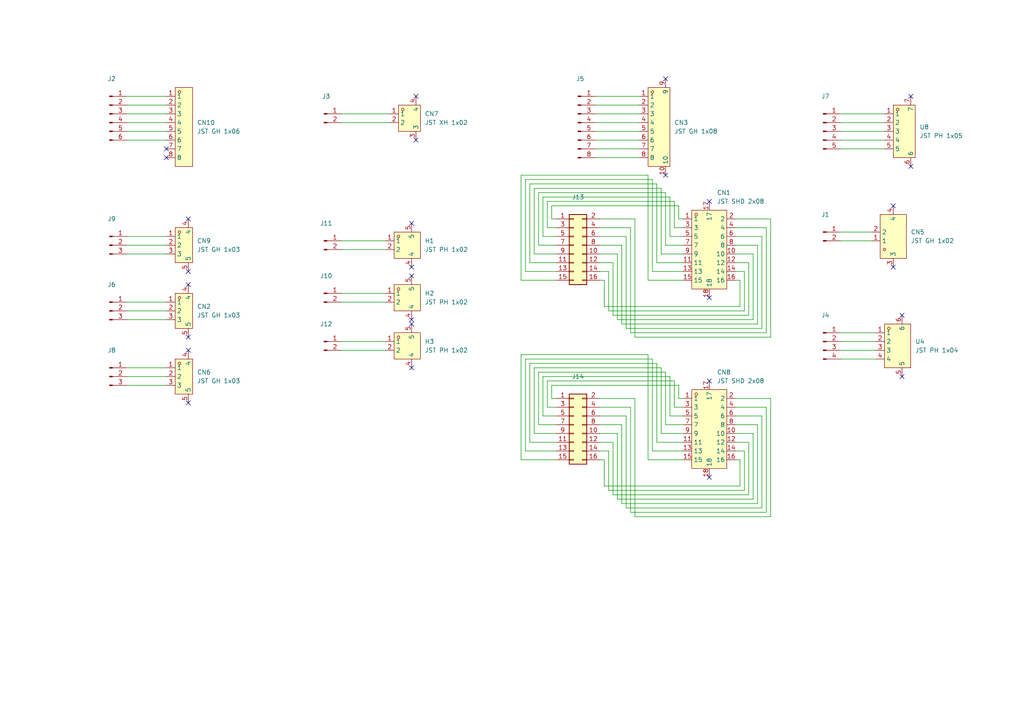
<source format=kicad_sch>
(kicad_sch (version 20231120) (generator "eeschema") (generator_version "8.0")
  (paper "A4")
  (lib_symbols
    (symbol "Connector:Conn_01x02_Pin" (pin_names (offset 1.016) hide)
      (property "Reference" "J" (at 0 2.54 0))
      (property "Value" "Conn_01x02_Pin" (at 0 -5.08 0))
      (symbol "Conn_01x02_Pin_1_1"
        (polyline (pts (xy 1.27 -2.54) (xy 0.8636 -2.54)) (stroke (width 0.1524)))
        (polyline (pts (xy 1.27 0) (xy 0.8636 0)) (stroke (width 0.1524)))
        (rectangle (start 0.8636 -2.413) (end 0 -2.667) (stroke (width 0.1524)) (fill (type outline)))
        (rectangle (start 0.8636 0.127) (end 0 -0.127) (stroke (width 0.1524)) (fill (type outline)))
        (pin passive line (at 5.08 0 180) (length 3.81) (name "Pin_1") (number "1"))
        (pin passive line (at 5.08 -2.54 180) (length 3.81) (name "Pin_2") (number "2"))
      )
    )
    (symbol "Connector:Conn_01x03_Pin" (pin_names (offset 1.016) hide)
      (property "Reference" "J" (at 0 5.08 0))
      (property "Value" "Conn_01x03_Pin" (at 0 -5.08 0))
      (symbol "Conn_01x03_Pin_1_1"
        (polyline (pts (xy 1.27 -2.54) (xy 0.8636 -2.54)) (stroke (width 0.1524)))
        (polyline (pts (xy 1.27 0) (xy 0.8636 0)) (stroke (width 0.1524)))
        (polyline (pts (xy 1.27 2.54) (xy 0.8636 2.54)) (stroke (width 0.1524)))
        (rectangle (start 0.8636 -2.413) (end 0 -2.667) (stroke (width 0.1524)) (fill (type outline)))
        (rectangle (start 0.8636 0.127) (end 0 -0.127) (stroke (width 0.1524)) (fill (type outline)))
        (rectangle (start 0.8636 2.667) (end 0 2.413) (stroke (width 0.1524)) (fill (type outline)))
        (pin passive line (at 5.08 2.54 180) (length 3.81) (name "Pin_1") (number "1"))
        (pin passive line (at 5.08 0 180) (length 3.81) (name "Pin_2") (number "2"))
        (pin passive line (at 5.08 -2.54 180) (length 3.81) (name "Pin_3") (number "3"))
      )
    )
    (symbol "Connector:Conn_01x04_Pin" (pin_names (offset 1.016) hide)
      (property "Reference" "J" (at 0 5.08 0))
      (property "Value" "Conn_01x04_Pin" (at 0 -7.62 0))
      (symbol "Conn_01x04_Pin_1_1"
        (polyline (pts (xy 1.27 -5.08) (xy 0.8636 -5.08)) (stroke (width 0.1524)))
        (polyline (pts (xy 1.27 -2.54) (xy 0.8636 -2.54)) (stroke (width 0.1524)))
        (polyline (pts (xy 1.27 0) (xy 0.8636 0)) (stroke (width 0.1524)))
        (polyline (pts (xy 1.27 2.54) (xy 0.8636 2.54)) (stroke (width 0.1524)))
        (rectangle (start 0.8636 -4.953) (end 0 -5.207) (stroke (width 0.1524)) (fill (type outline)))
        (rectangle (start 0.8636 -2.413) (end 0 -2.667) (stroke (width 0.1524)) (fill (type outline)))
        (rectangle (start 0.8636 0.127) (end 0 -0.127) (stroke (width 0.1524)) (fill (type outline)))
        (rectangle (start 0.8636 2.667) (end 0 2.413) (stroke (width 0.1524)) (fill (type outline)))
        (pin passive line (at 5.08 2.54 180) (length 3.81) (name "Pin_1") (number "1"))
        (pin passive line (at 5.08 0 180) (length 3.81) (name "Pin_2") (number "2"))
        (pin passive line (at 5.08 -2.54 180) (length 3.81) (name "Pin_3") (number "3"))
        (pin passive line (at 5.08 -5.08 180) (length 3.81) (name "Pin_4") (number "4"))
      )
    )
    (symbol "Connector:Conn_01x05_Pin" (pin_names (offset 1.016) hide)
      (property "Reference" "J" (at 0 7.62 0))
      (property "Value" "Conn_01x05_Pin" (at 0 -7.62 0))
      (symbol "Conn_01x05_Pin_1_1"
        (polyline (pts (xy 1.27 -5.08) (xy 0.8636 -5.08)) (stroke (width 0.1524)))
        (polyline (pts (xy 1.27 -2.54) (xy 0.8636 -2.54)) (stroke (width 0.1524)))
        (polyline (pts (xy 1.27 0) (xy 0.8636 0)) (stroke (width 0.1524)))
        (polyline (pts (xy 1.27 2.54) (xy 0.8636 2.54)) (stroke (width 0.1524)))
        (polyline (pts (xy 1.27 5.08) (xy 0.8636 5.08)) (stroke (width 0.1524)))
        (rectangle (start 0.8636 -4.953) (end 0 -5.207) (stroke (width 0.1524)) (fill (type outline)))
        (rectangle (start 0.8636 -2.413) (end 0 -2.667) (stroke (width 0.1524)) (fill (type outline)))
        (rectangle (start 0.8636 0.127) (end 0 -0.127) (stroke (width 0.1524)) (fill (type outline)))
        (rectangle (start 0.8636 2.667) (end 0 2.413) (stroke (width 0.1524)) (fill (type outline)))
        (rectangle (start 0.8636 5.207) (end 0 4.953) (stroke (width 0.1524)) (fill (type outline)))
        (pin passive line (at 5.08 5.08 180) (length 3.81) (name "Pin_1") (number "1"))
        (pin passive line (at 5.08 2.54 180) (length 3.81) (name "Pin_2") (number "2"))
        (pin passive line (at 5.08 0 180) (length 3.81) (name "Pin_3") (number "3"))
        (pin passive line (at 5.08 -2.54 180) (length 3.81) (name "Pin_4") (number "4"))
        (pin passive line (at 5.08 -5.08 180) (length 3.81) (name "Pin_5") (number "5"))
      )
    )
    (symbol "Connector:Conn_01x06_Pin" (pin_names (offset 1.016) hide)
      (property "Reference" "J" (at 0 7.62 0))
      (property "Value" "Conn_01x06_Pin" (at 0 -10.16 0))
      (symbol "Conn_01x06_Pin_1_1"
        (polyline (pts (xy 1.27 -7.62) (xy 0.8636 -7.62)) (stroke (width 0.1524)))
        (polyline (pts (xy 1.27 -5.08) (xy 0.8636 -5.08)) (stroke (width 0.1524)))
        (polyline (pts (xy 1.27 -2.54) (xy 0.8636 -2.54)) (stroke (width 0.1524)))
        (polyline (pts (xy 1.27 0) (xy 0.8636 0)) (stroke (width 0.1524)))
        (polyline (pts (xy 1.27 2.54) (xy 0.8636 2.54)) (stroke (width 0.1524)))
        (polyline (pts (xy 1.27 5.08) (xy 0.8636 5.08)) (stroke (width 0.1524)))
        (rectangle (start 0.8636 -7.493) (end 0 -7.747) (stroke (width 0.1524)) (fill (type outline)))
        (rectangle (start 0.8636 -4.953) (end 0 -5.207) (stroke (width 0.1524)) (fill (type outline)))
        (rectangle (start 0.8636 -2.413) (end 0 -2.667) (stroke (width 0.1524)) (fill (type outline)))
        (rectangle (start 0.8636 0.127) (end 0 -0.127) (stroke (width 0.1524)) (fill (type outline)))
        (rectangle (start 0.8636 2.667) (end 0 2.413) (stroke (width 0.1524)) (fill (type outline)))
        (rectangle (start 0.8636 5.207) (end 0 4.953) (stroke (width 0.1524)) (fill (type outline)))
        (pin passive line (at 5.08 5.08 180) (length 3.81) (name "Pin_1") (number "1"))
        (pin passive line (at 5.08 2.54 180) (length 3.81) (name "Pin_2") (number "2"))
        (pin passive line (at 5.08 0 180) (length 3.81) (name "Pin_3") (number "3"))
        (pin passive line (at 5.08 -2.54 180) (length 3.81) (name "Pin_4") (number "4"))
        (pin passive line (at 5.08 -5.08 180) (length 3.81) (name "Pin_5") (number "5"))
        (pin passive line (at 5.08 -7.62 180) (length 3.81) (name "Pin_6") (number "6"))
      )
    )
    (symbol "Connector:Conn_01x08_Pin" (pin_names (offset 1.016) hide)
      (property "Reference" "J" (at 0 10.16 0))
      (property "Value" "Conn_01x08_Pin" (at 0 -12.7 0))
      (symbol "Conn_01x08_Pin_1_1"
        (polyline (pts (xy 1.27 -10.16) (xy 0.8636 -10.16)) (stroke (width 0.1524)))
        (polyline (pts (xy 1.27 -7.62) (xy 0.8636 -7.62)) (stroke (width 0.1524)))
        (polyline (pts (xy 1.27 -5.08) (xy 0.8636 -5.08)) (stroke (width 0.1524)))
        (polyline (pts (xy 1.27 -2.54) (xy 0.8636 -2.54)) (stroke (width 0.1524)))
        (polyline (pts (xy 1.27 0) (xy 0.8636 0)) (stroke (width 0.1524)))
        (polyline (pts (xy 1.27 2.54) (xy 0.8636 2.54)) (stroke (width 0.1524)))
        (polyline (pts (xy 1.27 5.08) (xy 0.8636 5.08)) (stroke (width 0.1524)))
        (polyline (pts (xy 1.27 7.62) (xy 0.8636 7.62)) (stroke (width 0.1524)))
        (rectangle (start 0.8636 -10.033) (end 0 -10.287) (stroke (width 0.1524)) (fill (type outline)))
        (rectangle (start 0.8636 -7.493) (end 0 -7.747) (stroke (width 0.1524)) (fill (type outline)))
        (rectangle (start 0.8636 -4.953) (end 0 -5.207) (stroke (width 0.1524)) (fill (type outline)))
        (rectangle (start 0.8636 -2.413) (end 0 -2.667) (stroke (width 0.1524)) (fill (type outline)))
        (rectangle (start 0.8636 0.127) (end 0 -0.127) (stroke (width 0.1524)) (fill (type outline)))
        (rectangle (start 0.8636 2.667) (end 0 2.413) (stroke (width 0.1524)) (fill (type outline)))
        (rectangle (start 0.8636 5.207) (end 0 4.953) (stroke (width 0.1524)) (fill (type outline)))
        (rectangle (start 0.8636 7.747) (end 0 7.493) (stroke (width 0.1524)) (fill (type outline)))
        (pin passive line (at 5.08 7.62 180) (length 3.81) (name "Pin_1") (number "1"))
        (pin passive line (at 5.08 5.08 180) (length 3.81) (name "Pin_2") (number "2"))
        (pin passive line (at 5.08 2.54 180) (length 3.81) (name "Pin_3") (number "3"))
        (pin passive line (at 5.08 0 180) (length 3.81) (name "Pin_4") (number "4"))
        (pin passive line (at 5.08 -2.54 180) (length 3.81) (name "Pin_5") (number "5"))
        (pin passive line (at 5.08 -5.08 180) (length 3.81) (name "Pin_6") (number "6"))
        (pin passive line (at 5.08 -7.62 180) (length 3.81) (name "Pin_7") (number "7"))
        (pin passive line (at 5.08 -10.16 180) (length 3.81) (name "Pin_8") (number "8"))
      )
    )
    (symbol "Connector_Generic:Conn_02x08_Odd_Even" (pin_names (offset 1.016) hide)
      (property "Reference" "J" (at 1.27 10.16 0))
      (property "Value" "Conn_02x08_Odd_Even" (at 1.27 -12.7 0))
      (symbol "Conn_02x08_Odd_Even_1_1"
        (rectangle (start -1.27 -10.033) (end 0 -10.287) (stroke (width 0.1524)))
        (rectangle (start -1.27 -7.493) (end 0 -7.747) (stroke (width 0.1524)))
        (rectangle (start -1.27 -4.953) (end 0 -5.207) (stroke (width 0.1524)))
        (rectangle (start -1.27 -2.413) (end 0 -2.667) (stroke (width 0.1524)))
        (rectangle (start -1.27 0.127) (end 0 -0.127) (stroke (width 0.1524)))
        (rectangle (start -1.27 2.667) (end 0 2.413) (stroke (width 0.1524)))
        (rectangle (start -1.27 5.207) (end 0 4.953) (stroke (width 0.1524)))
        (rectangle (start -1.27 7.747) (end 0 7.493) (stroke (width 0.1524)))
        (rectangle (start -1.27 8.89) (end 3.81 -11.43) (stroke (width 0.254)) (fill (type background)))
        (rectangle (start 3.81 -10.033) (end 2.54 -10.287) (stroke (width 0.1524)))
        (rectangle (start 3.81 -7.493) (end 2.54 -7.747) (stroke (width 0.1524)))
        (rectangle (start 3.81 -4.953) (end 2.54 -5.207) (stroke (width 0.1524)))
        (rectangle (start 3.81 -2.413) (end 2.54 -2.667) (stroke (width 0.1524)))
        (rectangle (start 3.81 0.127) (end 2.54 -0.127) (stroke (width 0.1524)))
        (rectangle (start 3.81 2.667) (end 2.54 2.413) (stroke (width 0.1524)))
        (rectangle (start 3.81 5.207) (end 2.54 4.953) (stroke (width 0.1524)))
        (rectangle (start 3.81 7.747) (end 2.54 7.493) (stroke (width 0.1524)))
        (pin passive line (at -5.08 7.62 0) (length 3.81) (name "Pin_1") (number "1"))
        (pin passive line (at 7.62 -2.54 180) (length 3.81) (name "Pin_10") (number "10"))
        (pin passive line (at -5.08 -5.08 0) (length 3.81) (name "Pin_11") (number "11"))
        (pin passive line (at 7.62 -5.08 180) (length 3.81) (name "Pin_12") (number "12"))
        (pin passive line (at -5.08 -7.62 0) (length 3.81) (name "Pin_13") (number "13"))
        (pin passive line (at 7.62 -7.62 180) (length 3.81) (name "Pin_14") (number "14"))
        (pin passive line (at -5.08 -10.16 0) (length 3.81) (name "Pin_15") (number "15"))
        (pin passive line (at 7.62 -10.16 180) (length 3.81) (name "Pin_16") (number "16"))
        (pin passive line (at 7.62 7.62 180) (length 3.81) (name "Pin_2") (number "2"))
        (pin passive line (at -5.08 5.08 0) (length 3.81) (name "Pin_3") (number "3"))
        (pin passive line (at 7.62 5.08 180) (length 3.81) (name "Pin_4") (number "4"))
        (pin passive line (at -5.08 2.54 0) (length 3.81) (name "Pin_5") (number "5"))
        (pin passive line (at 7.62 2.54 180) (length 3.81) (name "Pin_6") (number "6"))
        (pin passive line (at -5.08 0 0) (length 3.81) (name "Pin_7") (number "7"))
        (pin passive line (at 7.62 0 180) (length 3.81) (name "Pin_8") (number "8"))
        (pin passive line (at -5.08 -2.54 0) (length 3.81) (name "Pin_9") (number "9"))
      )
    )
    (symbol "easyeda2kicad:HC-1.25-2PWT"
      (property "Reference" "CN" (at 0 13.97 0))
      (property "Value" "HC-1.25-2PWT" (at 0 -13.97 0))
      (symbol "HC-1.25-2PWT_0_1"
        (rectangle (start -2.54 6.35) (end 5.08 -6.35) (fill (type background)))
        (circle (center -1.27 -3.81) (radius 0.38))
        (pin unspecified line (at -5.08 -1.27 0) (length 2.54) (name "1") (number "1"))
        (pin unspecified line (at -5.08 1.27 0) (length 2.54) (name "2") (number "2"))
        (pin unspecified line (at 1.27 -8.89 90) (length 2.54) (name "3") (number "3"))
        (pin unspecified line (at 1.27 8.89 270) (length 2.54) (name "4") (number "4"))
      )
    )
    (symbol "easyeda2kicad:HC-1.25-3PWT"
      (property "Reference" "CN" (at 0 12.7 0))
      (property "Value" "HC-1.25-3PWT" (at 0 -12.7 0))
      (symbol "HC-1.25-3PWT_0_1"
        (rectangle (start -1.27 5.08) (end 3.81 -5.08) (fill (type background)))
        (circle (center 0 3.81) (radius 0.38))
        (pin unspecified line (at -3.81 2.54 0) (length 2.54) (name "1") (number "1"))
        (pin unspecified line (at -3.81 0 0) (length 2.54) (name "2") (number "2"))
        (pin unspecified line (at -3.81 -2.54 0) (length 2.54) (name "3") (number "3"))
        (pin unspecified line (at 2.54 7.62 270) (length 2.54) (name "4") (number "4"))
        (pin unspecified line (at 2.54 -7.62 90) (length 2.54) (name "5") (number "5"))
      )
    )
    (symbol "easyeda2kicad:HC-1.25-6PWT"
      (property "Reference" "CN" (at 0 13.97 0))
      (property "Value" "HC-1.25-6PWT" (at 0 -13.97 0))
      (symbol "HC-1.25-6PWT_0_1"
        (rectangle (start -2.54 11.43) (end 2.54 -11.43) (fill (type background)))
        (circle (center -1.27 10.16) (radius 0.38))
        (pin unspecified line (at -5.08 8.89 0) (length 2.54) (name "1") (number "1"))
        (pin unspecified line (at -5.08 6.35 0) (length 2.54) (name "2") (number "2"))
        (pin unspecified line (at -5.08 3.81 0) (length 2.54) (name "3") (number "3"))
        (pin unspecified line (at -5.08 1.27 0) (length 2.54) (name "4") (number "4"))
        (pin unspecified line (at -5.08 -1.27 0) (length 2.54) (name "5") (number "5"))
        (pin unspecified line (at -5.08 -3.81 0) (length 2.54) (name "6") (number "6"))
        (pin unspecified line (at -5.08 -6.35 0) (length 2.54) (name "7") (number "7"))
        (pin unspecified line (at -5.08 -8.89 0) (length 2.54) (name "8") (number "8"))
      )
    )
    (symbol "easyeda2kicad:WAFER-PH2.0-2PWB"
      (property "Reference" "H" (at 0 11.43 0))
      (property "Value" "WAFER-PH2.0-2PWB" (at 0 -11.43 0))
      (symbol "WAFER-PH2.0-2PWB_0_1"
        (rectangle (start -2.54 3.81) (end 5.08 -3.81) (fill (type background)))
        (circle (center -1.27 2.54) (radius 0.38))
        (pin unspecified line (at -5.08 1.27 0) (length 2.54) (name "1") (number "1"))
        (pin unspecified line (at -5.08 -1.27 0) (length 2.54) (name "2") (number "2"))
        (pin unspecified line (at 2.54 -6.35 90) (length 2.54) (name "4") (number "4"))
        (pin unspecified line (at 2.54 6.35 270) (length 2.54) (name "5") (number "5"))
      )
    )
    (symbol "easyeda2kicad:WAFER-PH2.0-4PWB"
      (property "Reference" "U" (at 0 15.24 0))
      (property "Value" "WAFER-PH2.0-4PWB" (at 0 -12.7 0))
      (symbol "WAFER-PH2.0-4PWB_0_1"
        (rectangle (start -2.54 7.62) (end 5.08 -5.08) (fill (type background)))
        (circle (center -1.27 6.35) (radius 0.38))
        (pin unspecified line (at -5.08 5.08 0) (length 2.54) (name "1") (number "1"))
        (pin unspecified line (at -5.08 2.54 0) (length 2.54) (name "2") (number "2"))
        (pin unspecified line (at -5.08 0 0) (length 2.54) (name "3") (number "3"))
        (pin unspecified line (at -5.08 -2.54 0) (length 2.54) (name "4") (number "4"))
        (pin unspecified line (at 2.54 -7.62 90) (length 2.54) (name "5") (number "5"))
        (pin unspecified line (at 2.54 10.16 270) (length 2.54) (name "6") (number "6"))
      )
    )
    (symbol "easyeda2kicad:WAFER-PH2.0-5PWB"
      (property "Reference" "U" (at 0 15.24 0))
      (property "Value" "WAFER-PH2.0-5PWB" (at 0 -15.24 0))
      (symbol "WAFER-PH2.0-5PWB_0_1"
        (rectangle (start -2.54 7.62) (end 3.81 -7.62) (fill (type background)))
        (circle (center -1.27 6.35) (radius 0.38))
        (pin unspecified line (at -5.08 5.08 0) (length 2.54) (name "1") (number "1"))
        (pin unspecified line (at -5.08 2.54 0) (length 2.54) (name "2") (number "2"))
        (pin unspecified line (at -5.08 0 0) (length 2.54) (name "3") (number "3"))
        (pin unspecified line (at -5.08 -2.54 0) (length 2.54) (name "4") (number "4"))
        (pin unspecified line (at -5.08 -5.08 0) (length 2.54) (name "5") (number "5"))
        (pin unspecified line (at 2.54 -10.16 90) (length 2.54) (name "6") (number "6"))
        (pin unspecified line (at 2.54 10.16 270) (length 2.54) (name "7") (number "7"))
      )
    )
    (symbol "easyeda2kicad:WAFER-XH2.54-2PWB"
      (property "Reference" "CN" (at 0 11.43 0))
      (property "Value" "WAFER-XH2.54-2PWB" (at 0 -11.43 0))
      (symbol "WAFER-XH2.54-2PWB_0_1"
        (rectangle (start -1.27 3.81) (end 5.08 -3.81) (fill (type background)))
        (circle (center 0 2.54) (radius 0.38))
        (pin unspecified line (at -3.81 1.27 0) (length 2.54) (name "1") (number "1"))
        (pin unspecified line (at -3.81 -1.27 0) (length 2.54) (name "2") (number "2"))
        (pin unspecified line (at 3.81 -6.35 90) (length 2.54) (name "3") (number "3"))
        (pin unspecified line (at 3.81 6.35 270) (length 2.54) (name "4") (number "4"))
      )
    )
    (symbol "easyeda2kicad:X1011WRS-2X08-9TV01"
      (property "Reference" "CN" (at 0 19.05 0))
      (property "Value" "X1011WRS-2X08-9TV01" (at 0 -19.05 0))
      (symbol "X1011WRS-2X08-9TV01_0_1"
        (rectangle (start -5.08 11.43) (end 5.08 -11.43) (fill (type background)))
        (circle (center -3.81 10.16) (radius 0.38))
        (pin unspecified line (at -7.62 8.89 0) (length 2.54) (name "1") (number "1"))
        (pin unspecified line (at 7.62 -1.27 180) (length 2.54) (name "10") (number "10"))
        (pin unspecified line (at -7.62 -3.81 0) (length 2.54) (name "11") (number "11"))
        (pin unspecified line (at 7.62 -3.81 180) (length 2.54) (name "12") (number "12"))
        (pin unspecified line (at -7.62 -6.35 0) (length 2.54) (name "13") (number "13"))
        (pin unspecified line (at 7.62 -6.35 180) (length 2.54) (name "14") (number "14"))
        (pin unspecified line (at -7.62 -8.89 0) (length 2.54) (name "15") (number "15"))
        (pin unspecified line (at 7.62 -8.89 180) (length 2.54) (name "16") (number "16"))
        (pin unspecified line (at 0 13.97 270) (length 2.54) (name "17") (number "17"))
        (pin unspecified line (at 0 -13.97 90) (length 2.54) (name "18") (number "18"))
        (pin unspecified line (at 7.62 8.89 180) (length 2.54) (name "2") (number "2"))
        (pin unspecified line (at -7.62 6.35 0) (length 2.54) (name "3") (number "3"))
        (pin unspecified line (at 7.62 6.35 180) (length 2.54) (name "4") (number "4"))
        (pin unspecified line (at -7.62 3.81 0) (length 2.54) (name "5") (number "5"))
        (pin unspecified line (at 7.62 3.81 180) (length 2.54) (name "6") (number "6"))
        (pin unspecified line (at -7.62 1.27 0) (length 2.54) (name "7") (number "7"))
        (pin unspecified line (at 7.62 1.27 180) (length 2.54) (name "8") (number "8"))
        (pin unspecified line (at -7.62 -1.27 0) (length 2.54) (name "9") (number "9"))
      )
    )
    (symbol "easyeda2kicad:YTC-A1251-08ABW"
      (property "Reference" "CN" (at 0 19.05 0))
      (property "Value" "YTC-A1251-08ABW" (at 0 -19.05 0))
      (symbol "YTC-A1251-08ABW_0_1"
        (rectangle (start -1.27 11.43) (end 5.08 -11.43) (fill (type background)))
        (circle (center 0 10.16) (radius 0.38))
        (pin unspecified line (at -3.81 8.89 0) (length 2.54) (name "1") (number "1"))
        (pin unspecified line (at 3.81 -13.97 90) (length 2.54) (name "10") (number "10"))
        (pin unspecified line (at -3.81 6.35 0) (length 2.54) (name "2") (number "2"))
        (pin unspecified line (at -3.81 3.81 0) (length 2.54) (name "3") (number "3"))
        (pin unspecified line (at -3.81 1.27 0) (length 2.54) (name "4") (number "4"))
        (pin unspecified line (at -3.81 -1.27 0) (length 2.54) (name "5") (number "5"))
        (pin unspecified line (at -3.81 -3.81 0) (length 2.54) (name "6") (number "6"))
        (pin unspecified line (at -3.81 -6.35 0) (length 2.54) (name "7") (number "7"))
        (pin unspecified line (at -3.81 -8.89 0) (length 2.54) (name "8") (number "8"))
        (pin unspecified line (at 3.81 13.97 270) (length 2.54) (name "9") (number "9"))
      )
    )
  )
  (no_connect (at 54.61 82.55))
  (no_connect (at 120.65 27.94))
  (no_connect (at 54.61 101.6))
  (no_connect (at 119.38 64.77))
  (no_connect (at 205.74 138.43))
  (no_connect (at 119.38 93.98))
  (no_connect (at 259.08 59.69))
  (no_connect (at 119.38 77.47))
  (no_connect (at 54.61 97.79))
  (no_connect (at 264.16 27.94))
  (no_connect (at 205.74 86.36))
  (no_connect (at 193.04 22.86))
  (no_connect (at 54.61 78.74))
  (no_connect (at 261.62 91.44))
  (no_connect (at 54.61 116.84))
  (no_connect (at 205.74 58.42))
  (no_connect (at 193.04 50.8))
  (no_connect (at 119.38 92.71))
  (no_connect (at 120.65 40.64))
  (no_connect (at 259.08 77.47))
  (no_connect (at 261.62 109.22))
  (no_connect (at 264.16 48.26))
  (no_connect (at 205.74 110.49))
  (no_connect (at 48.26 45.72))
  (no_connect (at 48.26 43.18))
  (no_connect (at 119.38 80.01))
  (no_connect (at 119.38 106.68))
  (no_connect (at 54.61 63.5))
  (wire (pts (xy 182.88 118.11) (xy 173.99 118.11)))
  (wire (pts (xy 219.71 123.19) (xy 219.71 146.05)))
  (wire (pts (xy 195.58 118.11) (xy 198.12 118.11)))
  (wire (pts (xy 194.31 68.58) (xy 198.12 68.58)))
  (wire (pts (xy 99.06 35.56) (xy 113.03 35.56)))
  (wire (pts (xy 215.9 78.74) (xy 213.36 78.74)))
  (wire (pts (xy 152.4 130.81) (xy 161.29 130.81)))
  (wire (pts (xy 213.36 71.12) (xy 219.71 71.12)))
  (wire (pts (xy 151.13 133.35) (xy 151.13 102.87)))
  (wire (pts (xy 157.48 120.65) (xy 157.48 109.22)))
  (wire (pts (xy 177.8 76.2) (xy 177.8 91.44)))
  (wire (pts (xy 179.07 73.66) (xy 179.07 92.71)))
  (wire (pts (xy 99.06 72.39) (xy 111.76 72.39)))
  (wire (pts (xy 189.23 52.07) (xy 152.4 52.07)))
  (wire (pts (xy 187.96 133.35) (xy 198.12 133.35)))
  (wire (pts (xy 172.72 35.56) (xy 185.42 35.56)))
  (wire (pts (xy 217.17 76.2) (xy 213.36 76.2)))
  (wire (pts (xy 180.34 146.05) (xy 180.34 123.19)))
  (wire (pts (xy 173.99 130.81) (xy 176.53 130.81)))
  (wire (pts (xy 173.99 68.58) (xy 181.61 68.58)))
  (wire (pts (xy 190.5 128.27) (xy 198.12 128.27)))
  (wire (pts (xy 99.06 87.63) (xy 111.76 87.63)))
  (wire (pts (xy 36.83 73.66) (xy 48.26 73.66)))
  (wire (pts (xy 153.67 128.27) (xy 153.67 105.41)))
  (wire (pts (xy 217.17 128.27) (xy 213.36 128.27)))
  (wire (pts (xy 156.21 55.88) (xy 193.04 55.88)))
  (wire (pts (xy 195.58 66.04) (xy 198.12 66.04)))
  (wire (pts (xy 198.12 78.74) (xy 189.23 78.74)))
  (wire (pts (xy 36.83 87.63) (xy 48.26 87.63)))
  (wire (pts (xy 36.83 92.71) (xy 48.26 92.71)))
  (wire (pts (xy 191.77 125.73) (xy 191.77 106.68)))
  (wire (pts (xy 189.23 130.81) (xy 189.23 104.14)))
  (wire (pts (xy 172.72 40.64) (xy 185.42 40.64)))
  (wire (pts (xy 36.83 68.58) (xy 48.26 68.58)))
  (wire (pts (xy 161.29 123.19) (xy 156.21 123.19)))
  (wire (pts (xy 154.94 54.61) (xy 154.94 73.66)))
  (wire (pts (xy 153.67 76.2) (xy 153.67 53.34)))
  (wire (pts (xy 36.83 27.94) (xy 48.26 27.94)))
  (wire (pts (xy 161.29 133.35) (xy 151.13 133.35)))
  (wire (pts (xy 213.36 66.04) (xy 222.25 66.04)))
  (wire (pts (xy 177.8 91.44) (xy 217.17 91.44)))
  (wire (pts (xy 99.06 85.09) (xy 111.76 85.09)))
  (wire (pts (xy 194.31 120.65) (xy 198.12 120.65)))
  (wire (pts (xy 173.99 78.74) (xy 176.53 78.74)))
  (wire (pts (xy 243.84 43.18) (xy 256.54 43.18)))
  (wire (pts (xy 157.48 57.15) (xy 194.31 57.15)))
  (wire (pts (xy 217.17 143.51) (xy 217.17 128.27)))
  (wire (pts (xy 187.96 102.87) (xy 187.96 133.35)))
  (wire (pts (xy 161.29 115.57) (xy 160.02 115.57)))
  (wire (pts (xy 180.34 71.12) (xy 173.99 71.12)))
  (wire (pts (xy 196.85 111.76) (xy 196.85 115.57)))
  (wire (pts (xy 191.77 73.66) (xy 191.77 54.61)))
  (wire (pts (xy 220.98 147.32) (xy 220.98 120.65)))
  (wire (pts (xy 218.44 144.78) (xy 218.44 125.73)))
  (wire (pts (xy 160.02 59.69) (xy 196.85 59.69)))
  (wire (pts (xy 220.98 68.58) (xy 213.36 68.58)))
  (wire (pts (xy 219.71 93.98) (xy 180.34 93.98)))
  (wire (pts (xy 193.04 55.88) (xy 193.04 71.12)))
  (wire (pts (xy 223.52 97.79) (xy 223.52 63.5)))
  (wire (pts (xy 158.75 58.42) (xy 195.58 58.42)))
  (wire (pts (xy 243.84 40.64) (xy 256.54 40.64)))
  (wire (pts (xy 215.9 130.81) (xy 213.36 130.81)))
  (wire (pts (xy 214.63 81.28) (xy 213.36 81.28)))
  (wire (pts (xy 157.48 68.58) (xy 157.48 57.15)))
  (wire (pts (xy 189.23 104.14) (xy 152.4 104.14)))
  (wire (pts (xy 177.8 128.27) (xy 177.8 143.51)))
  (wire (pts (xy 177.8 143.51) (xy 217.17 143.51)))
  (wire (pts (xy 176.53 142.24) (xy 215.9 142.24)))
  (wire (pts (xy 156.21 123.19) (xy 156.21 107.95)))
  (wire (pts (xy 222.25 66.04) (xy 222.25 96.52)))
  (wire (pts (xy 222.25 118.11) (xy 222.25 148.59)))
  (wire (pts (xy 219.71 71.12) (xy 219.71 93.98)))
  (wire (pts (xy 213.36 118.11) (xy 222.25 118.11)))
  (wire (pts (xy 184.15 149.86) (xy 223.52 149.86)))
  (wire (pts (xy 243.84 96.52) (xy 254 96.52)))
  (wire (pts (xy 187.96 50.8) (xy 187.96 81.28)))
  (wire (pts (xy 36.83 30.48) (xy 48.26 30.48)))
  (wire (pts (xy 193.04 71.12) (xy 198.12 71.12)))
  (wire (pts (xy 195.58 110.49) (xy 195.58 118.11)))
  (wire (pts (xy 173.99 125.73) (xy 179.07 125.73)))
  (wire (pts (xy 181.61 147.32) (xy 220.98 147.32)))
  (wire (pts (xy 172.72 33.02) (xy 185.42 33.02)))
  (wire (pts (xy 243.84 67.31) (xy 252.73 67.31)))
  (wire (pts (xy 196.85 63.5) (xy 198.12 63.5)))
  (wire (pts (xy 157.48 109.22) (xy 194.31 109.22)))
  (wire (pts (xy 184.15 97.79) (xy 223.52 97.79)))
  (wire (pts (xy 176.53 78.74) (xy 176.53 90.17)))
  (wire (pts (xy 182.88 96.52) (xy 182.88 66.04)))
  (wire (pts (xy 151.13 102.87) (xy 187.96 102.87)))
  (wire (pts (xy 218.44 92.71) (xy 218.44 73.66)))
  (wire (pts (xy 161.29 63.5) (xy 160.02 63.5)))
  (wire (pts (xy 160.02 63.5) (xy 160.02 59.69)))
  (wire (pts (xy 161.29 118.11) (xy 158.75 118.11)))
  (wire (pts (xy 184.15 115.57) (xy 184.15 149.86)))
  (wire (pts (xy 215.9 90.17) (xy 215.9 78.74)))
  (wire (pts (xy 173.99 63.5) (xy 184.15 63.5)))
  (wire (pts (xy 222.25 96.52) (xy 182.88 96.52)))
  (wire (pts (xy 151.13 50.8) (xy 187.96 50.8)))
  (wire (pts (xy 152.4 104.14) (xy 152.4 130.81)))
  (wire (pts (xy 160.02 115.57) (xy 160.02 111.76)))
  (wire (pts (xy 176.53 130.81) (xy 176.53 142.24)))
  (wire (pts (xy 173.99 76.2) (xy 177.8 76.2)))
  (wire (pts (xy 179.07 125.73) (xy 179.07 144.78)))
  (wire (pts (xy 179.07 144.78) (xy 218.44 144.78)))
  (wire (pts (xy 172.72 38.1) (xy 185.42 38.1)))
  (wire (pts (xy 158.75 66.04) (xy 158.75 58.42)))
  (wire (pts (xy 173.99 128.27) (xy 177.8 128.27)))
  (wire (pts (xy 154.94 106.68) (xy 154.94 125.73)))
  (wire (pts (xy 194.31 57.15) (xy 194.31 68.58)))
  (wire (pts (xy 195.58 58.42) (xy 195.58 66.04)))
  (wire (pts (xy 172.72 43.18) (xy 185.42 43.18)))
  (wire (pts (xy 175.26 81.28) (xy 175.26 88.9)))
  (wire (pts (xy 172.72 30.48) (xy 185.42 30.48)))
  (wire (pts (xy 243.84 101.6) (xy 254 101.6)))
  (wire (pts (xy 175.26 88.9) (xy 214.63 88.9)))
  (wire (pts (xy 36.83 109.22) (xy 48.26 109.22)))
  (wire (pts (xy 181.61 120.65) (xy 181.61 147.32)))
  (wire (pts (xy 36.83 35.56) (xy 48.26 35.56)))
  (wire (pts (xy 194.31 109.22) (xy 194.31 120.65)))
  (wire (pts (xy 173.99 115.57) (xy 184.15 115.57)))
  (wire (pts (xy 154.94 73.66) (xy 161.29 73.66)))
  (wire (pts (xy 243.84 99.06) (xy 254 99.06)))
  (wire (pts (xy 190.5 76.2) (xy 198.12 76.2)))
  (wire (pts (xy 36.83 106.68) (xy 48.26 106.68)))
  (wire (pts (xy 161.29 81.28) (xy 151.13 81.28)))
  (wire (pts (xy 158.75 118.11) (xy 158.75 110.49)))
  (wire (pts (xy 189.23 78.74) (xy 189.23 52.07)))
  (wire (pts (xy 99.06 99.06) (xy 111.76 99.06)))
  (wire (pts (xy 152.4 78.74) (xy 161.29 78.74)))
  (wire (pts (xy 173.99 81.28) (xy 175.26 81.28)))
  (wire (pts (xy 161.29 68.58) (xy 157.48 68.58)))
  (wire (pts (xy 173.99 73.66) (xy 179.07 73.66)))
  (wire (pts (xy 218.44 125.73) (xy 213.36 125.73)))
  (wire (pts (xy 243.84 38.1) (xy 256.54 38.1)))
  (wire (pts (xy 180.34 123.19) (xy 173.99 123.19)))
  (wire (pts (xy 36.83 90.17) (xy 48.26 90.17)))
  (wire (pts (xy 243.84 33.02) (xy 256.54 33.02)))
  (wire (pts (xy 223.52 63.5) (xy 213.36 63.5)))
  (wire (pts (xy 173.99 133.35) (xy 175.26 133.35)))
  (wire (pts (xy 218.44 73.66) (xy 213.36 73.66)))
  (wire (pts (xy 161.29 120.65) (xy 157.48 120.65)))
  (wire (pts (xy 213.36 123.19) (xy 219.71 123.19)))
  (wire (pts (xy 36.83 38.1) (xy 48.26 38.1)))
  (wire (pts (xy 243.84 35.56) (xy 256.54 35.56)))
  (wire (pts (xy 184.15 63.5) (xy 184.15 97.79)))
  (wire (pts (xy 219.71 146.05) (xy 180.34 146.05)))
  (wire (pts (xy 181.61 95.25) (xy 220.98 95.25)))
  (wire (pts (xy 214.63 88.9) (xy 214.63 81.28)))
  (wire (pts (xy 156.21 107.95) (xy 193.04 107.95)))
  (wire (pts (xy 190.5 53.34) (xy 190.5 76.2)))
  (wire (pts (xy 161.29 71.12) (xy 156.21 71.12)))
  (wire (pts (xy 36.83 40.64) (xy 48.26 40.64)))
  (wire (pts (xy 181.61 68.58) (xy 181.61 95.25)))
  (wire (pts (xy 36.83 33.02) (xy 48.26 33.02)))
  (wire (pts (xy 151.13 81.28) (xy 151.13 50.8)))
  (wire (pts (xy 161.29 66.04) (xy 158.75 66.04)))
  (wire (pts (xy 223.52 149.86) (xy 223.52 115.57)))
  (wire (pts (xy 191.77 106.68) (xy 154.94 106.68)))
  (wire (pts (xy 161.29 128.27) (xy 153.67 128.27)))
  (wire (pts (xy 223.52 115.57) (xy 213.36 115.57)))
  (wire (pts (xy 198.12 130.81) (xy 189.23 130.81)))
  (wire (pts (xy 172.72 45.72) (xy 185.42 45.72)))
  (wire (pts (xy 160.02 111.76) (xy 196.85 111.76)))
  (wire (pts (xy 99.06 69.85) (xy 111.76 69.85)))
  (wire (pts (xy 191.77 54.61) (xy 154.94 54.61)))
  (wire (pts (xy 172.72 27.94) (xy 185.42 27.94)))
  (wire (pts (xy 180.34 93.98) (xy 180.34 71.12)))
  (wire (pts (xy 175.26 140.97) (xy 214.63 140.97)))
  (wire (pts (xy 153.67 105.41) (xy 190.5 105.41)))
  (wire (pts (xy 198.12 125.73) (xy 191.77 125.73)))
  (wire (pts (xy 193.04 107.95) (xy 193.04 123.19)))
  (wire (pts (xy 196.85 59.69) (xy 196.85 63.5)))
  (wire (pts (xy 214.63 133.35) (xy 213.36 133.35)))
  (wire (pts (xy 220.98 95.25) (xy 220.98 68.58)))
  (wire (pts (xy 36.83 71.12) (xy 48.26 71.12)))
  (wire (pts (xy 196.85 115.57) (xy 198.12 115.57)))
  (wire (pts (xy 156.21 71.12) (xy 156.21 55.88)))
  (wire (pts (xy 99.06 33.02) (xy 113.03 33.02)))
  (wire (pts (xy 179.07 92.71) (xy 218.44 92.71)))
  (wire (pts (xy 182.88 148.59) (xy 182.88 118.11)))
  (wire (pts (xy 217.17 91.44) (xy 217.17 76.2)))
  (wire (pts (xy 198.12 73.66) (xy 191.77 73.66)))
  (wire (pts (xy 243.84 104.14) (xy 254 104.14)))
  (wire (pts (xy 243.84 69.85) (xy 252.73 69.85)))
  (wire (pts (xy 154.94 125.73) (xy 161.29 125.73)))
  (wire (pts (xy 161.29 76.2) (xy 153.67 76.2)))
  (wire (pts (xy 222.25 148.59) (xy 182.88 148.59)))
  (wire (pts (xy 215.9 142.24) (xy 215.9 130.81)))
  (wire (pts (xy 152.4 52.07) (xy 152.4 78.74)))
  (wire (pts (xy 36.83 111.76) (xy 48.26 111.76)))
  (wire (pts (xy 175.26 133.35) (xy 175.26 140.97)))
  (wire (pts (xy 190.5 105.41) (xy 190.5 128.27)))
  (wire (pts (xy 173.99 120.65) (xy 181.61 120.65)))
  (wire (pts (xy 158.75 110.49) (xy 195.58 110.49)))
  (wire (pts (xy 220.98 120.65) (xy 213.36 120.65)))
  (wire (pts (xy 214.63 140.97) (xy 214.63 133.35)))
  (wire (pts (xy 176.53 90.17) (xy 215.9 90.17)))
  (wire (pts (xy 187.96 81.28) (xy 198.12 81.28)))
  (wire (pts (xy 193.04 123.19) (xy 198.12 123.19)))
  (wire (pts (xy 99.06 101.6) (xy 111.76 101.6)))
  (wire (pts (xy 182.88 66.04) (xy 173.99 66.04)))
  (wire (pts (xy 153.67 53.34) (xy 190.5 53.34)))
  (symbol (lib_id "easyeda2kicad:HC-1.25-3PWT") (at 52.07 109.22 0) (unit 1)
    (property "Reference" "CN6" (at 57.15 107.9499 0) (effects (justify left)))
    (property "Value" "JST GH 1x03" (at 57.15 110.4899 0) (effects (justify left)))
    (property "Footprint" "easyeda2kicad:CONN-SMD_HC-1.25-3PWT" (effects (hide yes)))
    (property "LCSC Part" "C2845380" (effects (hide yes)))
  )
  (symbol (lib_id "Connector:Conn_01x02_Pin") (at 93.98 69.85 0) (unit 1)
    (property "Reference" "J11" (at 94.615 64.77 0))
    (property "Value" "Conn_01x02_Pin" (effects (hide yes)))
    (property "Footprint" "Connector_PinHeader_2.54mm:PinHeader_1x02_P2.54mm_Vertical" (effects (hide yes)))
    (property "Description" "Generic connector, single row, 01x02, script generated" (effects (hide yes)))
  )
  (symbol (lib_id "Connector_Generic:Conn_02x08_Odd_Even") (at 166.37 123.19 0) (unit 1)
    (property "Reference" "J14" (at 167.64 109.22 0))
    (property "Value" "Conn_02x08_Odd_Even" (effects (hide yes)))
    (property "Footprint" "Connector_PinHeader_2.54mm:PinHeader_2x08_P2.54mm_Vertical" (effects (hide yes)))
    (property "Description" "Generic connector, double row, 02x08, odd/even pin numbering scheme (row 1 odd numbers, row 2 even numbers), script generated (kicad-library-utils/schlib/autogen/connector/)" (effects (hide yes)))
  )
  (symbol (lib_id "Connector:Conn_01x02_Pin") (at 93.98 33.02 0) (unit 1)
    (property "Reference" "J3" (at 94.615 27.94 0))
    (property "Value" "Conn_01x02_Pin" (effects (hide yes)))
    (property "Footprint" "Connector_PinHeader_2.54mm:PinHeader_1x02_P2.54mm_Vertical" (effects (hide yes)))
    (property "Description" "Generic connector, single row, 01x02, script generated" (effects (hide yes)))
  )
  (symbol (lib_id "Connector:Conn_01x02_Pin") (at 93.98 85.09 0) (unit 1)
    (property "Reference" "J10" (at 94.615 80.01 0))
    (property "Value" "Conn_01x02_Pin" (effects (hide yes)))
    (property "Footprint" "Connector_PinHeader_2.54mm:PinHeader_1x02_P2.54mm_Vertical" (effects (hide yes)))
    (property "Description" "Generic connector, single row, 01x02, script generated" (effects (hide yes)))
  )
  (symbol (lib_id "easyeda2kicad:HC-1.25-3PWT") (at 52.07 90.17 0) (unit 1)
    (property "Reference" "CN2" (at 57.15 88.8999 0) (effects (justify left)))
    (property "Value" "JST GH 1x03" (at 57.15 91.4399 0) (effects (justify left)))
    (property "Footprint" "easyeda2kicad:CONN-SMD_HC-1.25-3PWT" (effects (hide yes)))
    (property "LCSC Part" "C2845380" (effects (hide yes)))
  )
  (symbol (lib_id "easyeda2kicad:HC-1.25-6PWT") (at 53.34 36.83 0) (unit 1)
    (property "Reference" "CN10" (at 57.15 35.5599 0) (effects (justify left)))
    (property "Value" "JST GH 1x06" (at 57.15 38.0999 0) (effects (justify left)))
    (property "Footprint" "easyeda2kicad:CONN-SMD_6P-P1.25_HC-1.25-6PWT" (effects (hide yes)))
    (property "LCSC Part" "C2845383" (effects (hide yes)))
  )
  (symbol (lib_id "Connector:Conn_01x03_Pin") (at 31.75 71.12 0) (unit 1)
    (property "Reference" "J9" (at 32.385 63.5 0))
    (property "Value" "Conn_01x03_Pin" (effects (hide yes)))
    (property "Footprint" "Connector_PinHeader_2.54mm:PinHeader_1x03_P2.54mm_Vertical" (effects (hide yes)))
    (property "Description" "Generic connector, single row, 01x03, script generated" (effects (hide yes)))
  )
  (symbol (lib_id "Connector:Conn_01x05_Pin") (at 238.76 38.1 0) (unit 1)
    (property "Reference" "J7" (at 239.395 27.94 0))
    (property "Value" "Conn_01x05_Pin" (effects (hide yes)))
    (property "Footprint" "Connector_PinHeader_2.54mm:PinHeader_1x05_P2.54mm_Vertical" (effects (hide yes)))
    (property "Description" "Generic connector, single row, 01x05, script generated" (effects (hide yes)))
  )
  (symbol (lib_id "easyeda2kicad:HC-1.25-2PWT") (at 257.81 68.58 0) (unit 1)
    (property "Reference" "CN5" (at 264.16 67.3099 0) (effects (justify left)))
    (property "Value" "JST GH 1x02" (at 264.16 69.8499 0) (effects (justify left)))
    (property "Footprint" "easyeda2kicad:CONN-SMD_2P-P1.25-HC-1.25-2PWT" (effects (hide yes)))
    (property "LCSC Part" "C2845379" (effects (hide yes)))
  )
  (symbol (lib_id "Connector:Conn_01x06_Pin") (at 31.75 33.02 0) (unit 1)
    (property "Reference" "J2" (at 32.385 22.86 0))
    (property "Value" "Conn_01x06_Pin" (effects (hide yes)))
    (property "Footprint" "Connector_PinHeader_2.54mm:PinHeader_1x06_P2.54mm_Vertical" (effects (hide yes)))
    (property "Description" "Generic connector, single row, 01x06, script generated" (effects (hide yes)))
  )
  (symbol (lib_id "easyeda2kicad:WAFER-PH2.0-4PWB") (at 259.08 101.6 0) (unit 1)
    (property "Reference" "U4" (at 265.43 99.0599 0) (effects (justify left)))
    (property "Value" "JST PH 1x04" (at 265.43 101.5999 0) (effects (justify left)))
    (property "Footprint" "easyeda2kicad:CONN-SMD_4P-P2.00_XUNPU_WAFER-PH2.0-4PWB" (effects (hide yes)))
    (property "LCSC Part" "C3029442" (effects (hide yes)))
  )
  (symbol (lib_id "Connector:Conn_01x08_Pin") (at 167.64 35.56 0) (unit 1)
    (property "Reference" "J5" (at 168.275 22.86 0))
    (property "Value" "Conn_01x08_Pin" (effects (hide yes)))
    (property "Footprint" "Connector_PinHeader_2.54mm:PinHeader_1x08_P2.54mm_Vertical" (effects (hide yes)))
    (property "Description" "Generic connector, single row, 01x08, script generated" (effects (hide yes)))
  )
  (symbol (lib_id "easyeda2kicad:WAFER-PH2.0-2PWB") (at 116.84 86.36 0) (unit 1)
    (property "Reference" "H2" (at 123.19 85.0899 0) (effects (justify left)))
    (property "Value" "JST PH 1x02" (at 123.19 87.6299 0) (effects (justify left)))
    (property "Footprint" "easyeda2kicad:CONN-SMD_2P-P2.00_XUNPU_WAFER-PH2.0-2PWB" (effects (hide yes)))
    (property "LCSC Part" "C3029440" (effects (hide yes)))
  )
  (symbol (lib_id "Connector:Conn_01x03_Pin") (at 31.75 109.22 0) (unit 1)
    (property "Reference" "J8" (at 32.385 101.6 0))
    (property "Value" "Conn_01x03_Pin" (effects (hide yes)))
    (property "Footprint" "Connector_PinHeader_2.54mm:PinHeader_1x03_P2.54mm_Vertical" (effects (hide yes)))
    (property "Description" "Generic connector, single row, 01x03, script generated" (effects (hide yes)))
  )
  (symbol (lib_id "easyeda2kicad:X1011WRS-2X08-9TV01") (at 205.74 72.39 0) (unit 1)
    (property "Reference" "CN1" (at 207.9341 55.88 0) (effects (justify left)))
    (property "Value" "JST SHD 2x08" (at 207.9341 58.42 0) (effects (justify left)))
    (property "Footprint" "easyeda2kicad:CONN-SMD_X1011WRS-2X08-9TV01" (effects (hide yes)))
    (property "LCSC Part" "C718178" (effects (hide yes)))
  )
  (symbol (lib_id "Connector_Generic:Conn_02x08_Odd_Even") (at 166.37 71.12 0) (unit 1)
    (property "Reference" "J13" (at 167.64 57.15 0))
    (property "Value" "Conn_02x08_Odd_Even" (effects (hide yes)))
    (property "Footprint" "Connector_PinHeader_2.54mm:PinHeader_2x08_P2.54mm_Vertical" (effects (hide yes)))
    (property "Description" "Generic connector, double row, 02x08, odd/even pin numbering scheme (row 1 odd numbers, row 2 even numbers), script generated (kicad-library-utils/schlib/autogen/connector/)" (effects (hide yes)))
  )
  (symbol (lib_id "easyeda2kicad:YTC-A1251-08ABW") (at 189.23 36.83 0) (unit 1)
    (property "Reference" "CN3" (at 195.58 35.5599 0) (effects (justify left)))
    (property "Value" "JST GH 1x08" (at 195.58 38.0999 0) (effects (justify left)))
    (property "Footprint" "easyeda2kicad:CONN-SMD_8P-P1.25_YTC-A1251-08ABW" (effects (hide yes)))
    (property "LCSC Part" "C7436577" (effects (hide yes)))
  )
  (symbol (lib_id "Connector:Conn_01x03_Pin") (at 31.75 90.17 0) (unit 1)
    (property "Reference" "J6" (at 32.385 82.55 0))
    (property "Value" "Conn_01x03_Pin" (effects (hide yes)))
    (property "Footprint" "Connector_PinHeader_2.54mm:PinHeader_1x03_P2.54mm_Vertical" (effects (hide yes)))
    (property "Description" "Generic connector, single row, 01x03, script generated" (effects (hide yes)))
  )
  (symbol (lib_id "Connector:Conn_01x04_Pin") (at 238.76 99.06 0) (unit 1)
    (property "Reference" "J4" (at 239.395 91.44 0))
    (property "Value" "Conn_01x04_Pin" (effects (hide yes)))
    (property "Footprint" "Connector_PinHeader_2.54mm:PinHeader_1x04_P2.54mm_Vertical" (effects (hide yes)))
    (property "Description" "Generic connector, single row, 01x04, script generated" (effects (hide yes)))
  )
  (symbol (lib_id "easyeda2kicad:WAFER-PH2.0-2PWB") (at 116.84 100.33 0) (unit 1)
    (property "Reference" "H3" (at 123.19 99.0599 0) (effects (justify left)))
    (property "Value" "JST PH 1x02" (at 123.19 101.5999 0) (effects (justify left)))
    (property "Footprint" "easyeda2kicad:CONN-SMD_2P-P2.00_XUNPU_WAFER-PH2.0-2PWB" (effects (hide yes)))
    (property "LCSC Part" "C3029440" (effects (hide yes)))
  )
  (symbol (lib_id "easyeda2kicad:WAFER-PH2.0-5PWB") (at 261.62 38.1 0) (unit 1)
    (property "Reference" "U8" (at 266.7 36.8299 0) (effects (justify left)))
    (property "Value" "JST PH 1x05" (at 266.7 39.3699 0) (effects (justify left)))
    (property "Footprint" "easyeda2kicad:CONN-SMD_5P-P2.00_XUNPU_WAFER-PH2.0-5PWB" (effects (hide yes)))
    (property "LCSC Part" "C3029443" (effects (hide yes)))
  )
  (symbol (lib_id "easyeda2kicad:HC-1.25-3PWT") (at 52.07 71.12 0) (unit 1)
    (property "Reference" "CN9" (at 57.15 69.8499 0) (effects (justify left)))
    (property "Value" "JST GH 1x03" (at 57.15 72.3899 0) (effects (justify left)))
    (property "Footprint" "easyeda2kicad:CONN-SMD_HC-1.25-3PWT" (effects (hide yes)))
    (property "LCSC Part" "C2845380" (effects (hide yes)))
  )
  (symbol (lib_id "easyeda2kicad:WAFER-XH2.54-2PWB") (at 116.84 34.29 0) (unit 1)
    (property "Reference" "CN7" (at 123.19 33.0199 0) (effects (justify left)))
    (property "Value" "JST XH 1x02" (at 123.19 35.5599 0) (effects (justify left)))
    (property "Footprint" "easyeda2kicad:CONN-SMD_2P-P2.54-XH2.54-WT" (effects (hide yes)))
    (property "LCSC Part" "C3029476" (effects (hide yes)))
  )
  (symbol (lib_id "Connector:Conn_01x02_Pin") (at 93.98 99.06 0) (unit 1)
    (property "Reference" "J12" (at 94.615 93.98 0))
    (property "Value" "Conn_01x02_Pin" (effects (hide yes)))
    (property "Footprint" "Connector_PinHeader_2.54mm:PinHeader_1x02_P2.54mm_Vertical" (effects (hide yes)))
    (property "Description" "Generic connector, single row, 01x02, script generated" (effects (hide yes)))
  )
  (symbol (lib_id "easyeda2kicad:WAFER-PH2.0-2PWB") (at 116.84 71.12 0) (unit 1)
    (property "Reference" "H1" (at 123.19 69.8499 0) (effects (justify left)))
    (property "Value" "JST PH 1x02" (at 123.19 72.3899 0) (effects (justify left)))
    (property "Footprint" "easyeda2kicad:CONN-SMD_2P-P2.00_XUNPU_WAFER-PH2.0-2PWB" (effects (hide yes)))
    (property "LCSC Part" "C3029440" (effects (hide yes)))
  )
  (symbol (lib_id "easyeda2kicad:X1011WRS-2X08-9TV01") (at 205.74 124.46 0) (unit 1)
    (property "Reference" "CN8" (at 207.9341 107.95 0) (effects (justify left)))
    (property "Value" "JST SHD 2x08" (at 207.9341 110.49 0) (effects (justify left)))
    (property "Footprint" "easyeda2kicad:CONN-SMD_X1011WRS-2X08-9TV01" (effects (hide yes)))
    (property "LCSC Part" "C718178" (effects (hide yes)))
  )
  (symbol (lib_id "Connector:Conn_01x02_Pin") (at 238.76 67.31 0) (unit 1)
    (property "Reference" "J1" (at 239.395 62.23 0))
    (property "Value" "Conn_01x02_Pin" (effects (hide yes)))
    (property "Footprint" "Connector_PinHeader_2.54mm:PinHeader_1x02_P2.54mm_Vertical" (effects (hide yes)))
    (property "Description" "Generic connector, single row, 01x02, script generated" (effects (hide yes)))
  )
)
</source>
